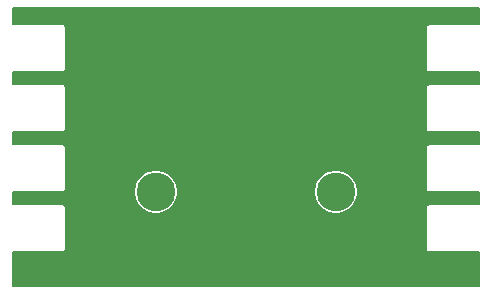
<source format=gbr>
G04 #@! TF.GenerationSoftware,KiCad,Pcbnew,5.1.4*
G04 #@! TF.CreationDate,2020-11-16T17:48:16-07:00*
G04 #@! TF.ProjectId,sleigh,736c6569-6768-42e6-9b69-6361645f7063,rev?*
G04 #@! TF.SameCoordinates,Original*
G04 #@! TF.FileFunction,Copper,L2,Inr*
G04 #@! TF.FilePolarity,Positive*
%FSLAX46Y46*%
G04 Gerber Fmt 4.6, Leading zero omitted, Abs format (unit mm)*
G04 Created by KiCad (PCBNEW 5.1.4) date 2020-11-16 17:48:16*
%MOMM*%
%LPD*%
G04 APERTURE LIST*
%ADD10C,3.280000*%
%ADD11C,0.600000*%
%ADD12C,0.150000*%
G04 APERTURE END LIST*
D10*
X144780000Y-86360000D03*
X160020000Y-86360000D03*
D11*
X133540000Y-92320000D03*
X135820000Y-93840000D03*
X138100000Y-71800000D03*
X138100000Y-75600000D03*
X138100000Y-80920000D03*
X138100000Y-86240000D03*
X138100000Y-90800000D03*
X139620000Y-77880000D03*
X139620000Y-93080000D03*
X140380000Y-82440000D03*
X140380000Y-87760000D03*
X141140000Y-72560000D03*
X141900000Y-75600000D03*
X141900000Y-80160000D03*
X141900000Y-85480000D03*
X141900000Y-90800000D03*
X142660000Y-93840000D03*
X143420000Y-77880000D03*
X144180000Y-71800000D03*
X144940000Y-80920000D03*
X144940000Y-91560000D03*
X145700000Y-75600000D03*
X146460000Y-93840000D03*
X147220000Y-72560000D03*
X147220000Y-77880000D03*
X147980000Y-81680000D03*
X147980000Y-85480000D03*
X148740000Y-88520000D03*
X149500000Y-74080000D03*
X149500000Y-79400000D03*
X150260000Y-83960000D03*
X151020000Y-71800000D03*
X151020000Y-76360000D03*
X153300000Y-73320000D03*
X154060000Y-79400000D03*
X154820000Y-83200000D03*
X155580000Y-71800000D03*
X155580000Y-87000000D03*
X156340000Y-77120000D03*
X157100000Y-80920000D03*
X157100000Y-91560000D03*
X157860000Y-73320000D03*
X158620000Y-93840000D03*
X159380000Y-75600000D03*
X159380000Y-83200000D03*
X160140000Y-71800000D03*
X160140000Y-80160000D03*
X160140000Y-90800000D03*
X161660000Y-77120000D03*
X161660000Y-93080000D03*
X162420000Y-73320000D03*
X162420000Y-81680000D03*
X163180000Y-85480000D03*
X163940000Y-75600000D03*
X163940000Y-88520000D03*
X164700000Y-71800000D03*
X164700000Y-91560000D03*
X165460000Y-77880000D03*
X165460000Y-82440000D03*
X166220000Y-86240000D03*
X166220000Y-93840000D03*
X168500000Y-92320000D03*
X170780000Y-93840000D03*
D12*
G36*
X172146000Y-72173000D02*
G01*
X167919990Y-72173000D01*
X167906000Y-72171622D01*
X167892010Y-72173000D01*
X167850130Y-72177125D01*
X167796408Y-72193421D01*
X167746897Y-72219885D01*
X167703500Y-72255500D01*
X167667885Y-72298897D01*
X167641421Y-72348408D01*
X167625125Y-72402130D01*
X167619622Y-72458000D01*
X167621000Y-72471990D01*
X167621001Y-75944000D01*
X167619622Y-75958000D01*
X167625125Y-76013870D01*
X167641421Y-76067592D01*
X167667885Y-76117103D01*
X167703500Y-76160500D01*
X167746897Y-76196115D01*
X167796408Y-76222579D01*
X167850130Y-76238875D01*
X167892010Y-76243000D01*
X167906000Y-76244378D01*
X167919990Y-76243000D01*
X172146000Y-76243000D01*
X172146001Y-77253000D01*
X167919990Y-77253000D01*
X167906000Y-77251622D01*
X167892010Y-77253000D01*
X167850130Y-77257125D01*
X167796408Y-77273421D01*
X167746897Y-77299885D01*
X167703500Y-77335500D01*
X167667885Y-77378897D01*
X167641421Y-77428408D01*
X167625125Y-77482130D01*
X167619622Y-77538000D01*
X167621000Y-77551990D01*
X167621001Y-81024000D01*
X167619622Y-81038000D01*
X167625125Y-81093870D01*
X167641421Y-81147592D01*
X167667885Y-81197103D01*
X167703500Y-81240500D01*
X167746897Y-81276115D01*
X167796408Y-81302579D01*
X167850130Y-81318875D01*
X167892010Y-81323000D01*
X167906000Y-81324378D01*
X167919990Y-81323000D01*
X172146000Y-81323000D01*
X172146001Y-82333000D01*
X167919990Y-82333000D01*
X167906000Y-82331622D01*
X167892010Y-82333000D01*
X167850130Y-82337125D01*
X167796408Y-82353421D01*
X167746897Y-82379885D01*
X167703500Y-82415500D01*
X167667885Y-82458897D01*
X167641421Y-82508408D01*
X167625125Y-82562130D01*
X167619622Y-82618000D01*
X167621000Y-82631990D01*
X167621001Y-86104000D01*
X167619622Y-86118000D01*
X167625125Y-86173870D01*
X167641421Y-86227592D01*
X167667885Y-86277103D01*
X167703500Y-86320500D01*
X167746897Y-86356115D01*
X167796408Y-86382579D01*
X167850130Y-86398875D01*
X167892010Y-86403000D01*
X167906000Y-86404378D01*
X167919990Y-86403000D01*
X172146000Y-86403000D01*
X172146001Y-87413000D01*
X167919990Y-87413000D01*
X167906000Y-87411622D01*
X167892010Y-87413000D01*
X167850130Y-87417125D01*
X167796408Y-87433421D01*
X167746897Y-87459885D01*
X167703500Y-87495500D01*
X167667885Y-87538897D01*
X167641421Y-87588408D01*
X167625125Y-87642130D01*
X167619622Y-87698000D01*
X167621000Y-87711990D01*
X167621001Y-91184000D01*
X167619622Y-91198000D01*
X167625125Y-91253870D01*
X167641421Y-91307592D01*
X167667885Y-91357103D01*
X167703500Y-91400500D01*
X167746897Y-91436115D01*
X167796408Y-91462579D01*
X167850130Y-91478875D01*
X167892010Y-91483000D01*
X167906000Y-91484378D01*
X167919990Y-91483000D01*
X172146000Y-91483000D01*
X172146001Y-94340000D01*
X132654000Y-94340000D01*
X132654000Y-91483000D01*
X136880010Y-91483000D01*
X136894000Y-91484378D01*
X136907990Y-91483000D01*
X136949870Y-91478875D01*
X137003592Y-91462579D01*
X137053103Y-91436115D01*
X137096500Y-91400500D01*
X137132115Y-91357103D01*
X137158579Y-91307592D01*
X137174875Y-91253870D01*
X137180378Y-91198000D01*
X137179000Y-91184010D01*
X137179000Y-87711990D01*
X137180378Y-87698000D01*
X137174875Y-87642130D01*
X137158579Y-87588408D01*
X137132115Y-87538897D01*
X137096500Y-87495500D01*
X137053103Y-87459885D01*
X137003592Y-87433421D01*
X136949870Y-87417125D01*
X136907990Y-87413000D01*
X136894000Y-87411622D01*
X136880010Y-87413000D01*
X132654000Y-87413000D01*
X132654000Y-86403000D01*
X136880010Y-86403000D01*
X136894000Y-86404378D01*
X136907990Y-86403000D01*
X136949870Y-86398875D01*
X137003592Y-86382579D01*
X137053103Y-86356115D01*
X137096500Y-86320500D01*
X137132115Y-86277103D01*
X137158579Y-86227592D01*
X137174432Y-86175329D01*
X142905000Y-86175329D01*
X142905000Y-86544671D01*
X142977056Y-86906917D01*
X143118397Y-87248145D01*
X143323593Y-87555243D01*
X143584757Y-87816407D01*
X143891855Y-88021603D01*
X144233083Y-88162944D01*
X144595329Y-88235000D01*
X144964671Y-88235000D01*
X145326917Y-88162944D01*
X145668145Y-88021603D01*
X145975243Y-87816407D01*
X146236407Y-87555243D01*
X146441603Y-87248145D01*
X146582944Y-86906917D01*
X146655000Y-86544671D01*
X146655000Y-86175329D01*
X158145000Y-86175329D01*
X158145000Y-86544671D01*
X158217056Y-86906917D01*
X158358397Y-87248145D01*
X158563593Y-87555243D01*
X158824757Y-87816407D01*
X159131855Y-88021603D01*
X159473083Y-88162944D01*
X159835329Y-88235000D01*
X160204671Y-88235000D01*
X160566917Y-88162944D01*
X160908145Y-88021603D01*
X161215243Y-87816407D01*
X161476407Y-87555243D01*
X161681603Y-87248145D01*
X161822944Y-86906917D01*
X161895000Y-86544671D01*
X161895000Y-86175329D01*
X161822944Y-85813083D01*
X161681603Y-85471855D01*
X161476407Y-85164757D01*
X161215243Y-84903593D01*
X160908145Y-84698397D01*
X160566917Y-84557056D01*
X160204671Y-84485000D01*
X159835329Y-84485000D01*
X159473083Y-84557056D01*
X159131855Y-84698397D01*
X158824757Y-84903593D01*
X158563593Y-85164757D01*
X158358397Y-85471855D01*
X158217056Y-85813083D01*
X158145000Y-86175329D01*
X146655000Y-86175329D01*
X146582944Y-85813083D01*
X146441603Y-85471855D01*
X146236407Y-85164757D01*
X145975243Y-84903593D01*
X145668145Y-84698397D01*
X145326917Y-84557056D01*
X144964671Y-84485000D01*
X144595329Y-84485000D01*
X144233083Y-84557056D01*
X143891855Y-84698397D01*
X143584757Y-84903593D01*
X143323593Y-85164757D01*
X143118397Y-85471855D01*
X142977056Y-85813083D01*
X142905000Y-86175329D01*
X137174432Y-86175329D01*
X137174875Y-86173870D01*
X137180378Y-86118000D01*
X137179000Y-86104010D01*
X137179000Y-82631990D01*
X137180378Y-82618000D01*
X137174875Y-82562130D01*
X137158579Y-82508408D01*
X137132115Y-82458897D01*
X137096500Y-82415500D01*
X137053103Y-82379885D01*
X137003592Y-82353421D01*
X136949870Y-82337125D01*
X136907990Y-82333000D01*
X136894000Y-82331622D01*
X136880010Y-82333000D01*
X132654000Y-82333000D01*
X132654000Y-81315000D01*
X136880010Y-81315000D01*
X136894000Y-81316378D01*
X136907990Y-81315000D01*
X136949870Y-81310875D01*
X137003592Y-81294579D01*
X137053103Y-81268115D01*
X137096500Y-81232500D01*
X137132115Y-81189103D01*
X137158579Y-81139592D01*
X137174875Y-81085870D01*
X137180378Y-81030000D01*
X137179000Y-81016010D01*
X137179000Y-77543990D01*
X137180378Y-77530000D01*
X137174875Y-77474130D01*
X137158579Y-77420408D01*
X137132115Y-77370897D01*
X137096500Y-77327500D01*
X137053103Y-77291885D01*
X137003592Y-77265421D01*
X136949870Y-77249125D01*
X136907990Y-77245000D01*
X136894000Y-77243622D01*
X136880010Y-77245000D01*
X132654000Y-77245000D01*
X132654000Y-76235000D01*
X136880010Y-76235000D01*
X136894000Y-76236378D01*
X136907990Y-76235000D01*
X136949870Y-76230875D01*
X137003592Y-76214579D01*
X137053103Y-76188115D01*
X137096500Y-76152500D01*
X137132115Y-76109103D01*
X137158579Y-76059592D01*
X137174875Y-76005870D01*
X137180378Y-75950000D01*
X137179000Y-75936010D01*
X137179000Y-72463990D01*
X137180378Y-72450000D01*
X137174875Y-72394130D01*
X137158579Y-72340408D01*
X137132115Y-72290897D01*
X137096500Y-72247500D01*
X137053103Y-72211885D01*
X137003592Y-72185421D01*
X136949870Y-72169125D01*
X136907990Y-72165000D01*
X136894000Y-72163622D01*
X136880010Y-72165000D01*
X132654000Y-72165000D01*
X132654000Y-70760000D01*
X172146001Y-70760000D01*
X172146000Y-72173000D01*
X172146000Y-72173000D01*
G37*
X172146000Y-72173000D02*
X167919990Y-72173000D01*
X167906000Y-72171622D01*
X167892010Y-72173000D01*
X167850130Y-72177125D01*
X167796408Y-72193421D01*
X167746897Y-72219885D01*
X167703500Y-72255500D01*
X167667885Y-72298897D01*
X167641421Y-72348408D01*
X167625125Y-72402130D01*
X167619622Y-72458000D01*
X167621000Y-72471990D01*
X167621001Y-75944000D01*
X167619622Y-75958000D01*
X167625125Y-76013870D01*
X167641421Y-76067592D01*
X167667885Y-76117103D01*
X167703500Y-76160500D01*
X167746897Y-76196115D01*
X167796408Y-76222579D01*
X167850130Y-76238875D01*
X167892010Y-76243000D01*
X167906000Y-76244378D01*
X167919990Y-76243000D01*
X172146000Y-76243000D01*
X172146001Y-77253000D01*
X167919990Y-77253000D01*
X167906000Y-77251622D01*
X167892010Y-77253000D01*
X167850130Y-77257125D01*
X167796408Y-77273421D01*
X167746897Y-77299885D01*
X167703500Y-77335500D01*
X167667885Y-77378897D01*
X167641421Y-77428408D01*
X167625125Y-77482130D01*
X167619622Y-77538000D01*
X167621000Y-77551990D01*
X167621001Y-81024000D01*
X167619622Y-81038000D01*
X167625125Y-81093870D01*
X167641421Y-81147592D01*
X167667885Y-81197103D01*
X167703500Y-81240500D01*
X167746897Y-81276115D01*
X167796408Y-81302579D01*
X167850130Y-81318875D01*
X167892010Y-81323000D01*
X167906000Y-81324378D01*
X167919990Y-81323000D01*
X172146000Y-81323000D01*
X172146001Y-82333000D01*
X167919990Y-82333000D01*
X167906000Y-82331622D01*
X167892010Y-82333000D01*
X167850130Y-82337125D01*
X167796408Y-82353421D01*
X167746897Y-82379885D01*
X167703500Y-82415500D01*
X167667885Y-82458897D01*
X167641421Y-82508408D01*
X167625125Y-82562130D01*
X167619622Y-82618000D01*
X167621000Y-82631990D01*
X167621001Y-86104000D01*
X167619622Y-86118000D01*
X167625125Y-86173870D01*
X167641421Y-86227592D01*
X167667885Y-86277103D01*
X167703500Y-86320500D01*
X167746897Y-86356115D01*
X167796408Y-86382579D01*
X167850130Y-86398875D01*
X167892010Y-86403000D01*
X167906000Y-86404378D01*
X167919990Y-86403000D01*
X172146000Y-86403000D01*
X172146001Y-87413000D01*
X167919990Y-87413000D01*
X167906000Y-87411622D01*
X167892010Y-87413000D01*
X167850130Y-87417125D01*
X167796408Y-87433421D01*
X167746897Y-87459885D01*
X167703500Y-87495500D01*
X167667885Y-87538897D01*
X167641421Y-87588408D01*
X167625125Y-87642130D01*
X167619622Y-87698000D01*
X167621000Y-87711990D01*
X167621001Y-91184000D01*
X167619622Y-91198000D01*
X167625125Y-91253870D01*
X167641421Y-91307592D01*
X167667885Y-91357103D01*
X167703500Y-91400500D01*
X167746897Y-91436115D01*
X167796408Y-91462579D01*
X167850130Y-91478875D01*
X167892010Y-91483000D01*
X167906000Y-91484378D01*
X167919990Y-91483000D01*
X172146000Y-91483000D01*
X172146001Y-94340000D01*
X132654000Y-94340000D01*
X132654000Y-91483000D01*
X136880010Y-91483000D01*
X136894000Y-91484378D01*
X136907990Y-91483000D01*
X136949870Y-91478875D01*
X137003592Y-91462579D01*
X137053103Y-91436115D01*
X137096500Y-91400500D01*
X137132115Y-91357103D01*
X137158579Y-91307592D01*
X137174875Y-91253870D01*
X137180378Y-91198000D01*
X137179000Y-91184010D01*
X137179000Y-87711990D01*
X137180378Y-87698000D01*
X137174875Y-87642130D01*
X137158579Y-87588408D01*
X137132115Y-87538897D01*
X137096500Y-87495500D01*
X137053103Y-87459885D01*
X137003592Y-87433421D01*
X136949870Y-87417125D01*
X136907990Y-87413000D01*
X136894000Y-87411622D01*
X136880010Y-87413000D01*
X132654000Y-87413000D01*
X132654000Y-86403000D01*
X136880010Y-86403000D01*
X136894000Y-86404378D01*
X136907990Y-86403000D01*
X136949870Y-86398875D01*
X137003592Y-86382579D01*
X137053103Y-86356115D01*
X137096500Y-86320500D01*
X137132115Y-86277103D01*
X137158579Y-86227592D01*
X137174432Y-86175329D01*
X142905000Y-86175329D01*
X142905000Y-86544671D01*
X142977056Y-86906917D01*
X143118397Y-87248145D01*
X143323593Y-87555243D01*
X143584757Y-87816407D01*
X143891855Y-88021603D01*
X144233083Y-88162944D01*
X144595329Y-88235000D01*
X144964671Y-88235000D01*
X145326917Y-88162944D01*
X145668145Y-88021603D01*
X145975243Y-87816407D01*
X146236407Y-87555243D01*
X146441603Y-87248145D01*
X146582944Y-86906917D01*
X146655000Y-86544671D01*
X146655000Y-86175329D01*
X158145000Y-86175329D01*
X158145000Y-86544671D01*
X158217056Y-86906917D01*
X158358397Y-87248145D01*
X158563593Y-87555243D01*
X158824757Y-87816407D01*
X159131855Y-88021603D01*
X159473083Y-88162944D01*
X159835329Y-88235000D01*
X160204671Y-88235000D01*
X160566917Y-88162944D01*
X160908145Y-88021603D01*
X161215243Y-87816407D01*
X161476407Y-87555243D01*
X161681603Y-87248145D01*
X161822944Y-86906917D01*
X161895000Y-86544671D01*
X161895000Y-86175329D01*
X161822944Y-85813083D01*
X161681603Y-85471855D01*
X161476407Y-85164757D01*
X161215243Y-84903593D01*
X160908145Y-84698397D01*
X160566917Y-84557056D01*
X160204671Y-84485000D01*
X159835329Y-84485000D01*
X159473083Y-84557056D01*
X159131855Y-84698397D01*
X158824757Y-84903593D01*
X158563593Y-85164757D01*
X158358397Y-85471855D01*
X158217056Y-85813083D01*
X158145000Y-86175329D01*
X146655000Y-86175329D01*
X146582944Y-85813083D01*
X146441603Y-85471855D01*
X146236407Y-85164757D01*
X145975243Y-84903593D01*
X145668145Y-84698397D01*
X145326917Y-84557056D01*
X144964671Y-84485000D01*
X144595329Y-84485000D01*
X144233083Y-84557056D01*
X143891855Y-84698397D01*
X143584757Y-84903593D01*
X143323593Y-85164757D01*
X143118397Y-85471855D01*
X142977056Y-85813083D01*
X142905000Y-86175329D01*
X137174432Y-86175329D01*
X137174875Y-86173870D01*
X137180378Y-86118000D01*
X137179000Y-86104010D01*
X137179000Y-82631990D01*
X137180378Y-82618000D01*
X137174875Y-82562130D01*
X137158579Y-82508408D01*
X137132115Y-82458897D01*
X137096500Y-82415500D01*
X137053103Y-82379885D01*
X137003592Y-82353421D01*
X136949870Y-82337125D01*
X136907990Y-82333000D01*
X136894000Y-82331622D01*
X136880010Y-82333000D01*
X132654000Y-82333000D01*
X132654000Y-81315000D01*
X136880010Y-81315000D01*
X136894000Y-81316378D01*
X136907990Y-81315000D01*
X136949870Y-81310875D01*
X137003592Y-81294579D01*
X137053103Y-81268115D01*
X137096500Y-81232500D01*
X137132115Y-81189103D01*
X137158579Y-81139592D01*
X137174875Y-81085870D01*
X137180378Y-81030000D01*
X137179000Y-81016010D01*
X137179000Y-77543990D01*
X137180378Y-77530000D01*
X137174875Y-77474130D01*
X137158579Y-77420408D01*
X137132115Y-77370897D01*
X137096500Y-77327500D01*
X137053103Y-77291885D01*
X137003592Y-77265421D01*
X136949870Y-77249125D01*
X136907990Y-77245000D01*
X136894000Y-77243622D01*
X136880010Y-77245000D01*
X132654000Y-77245000D01*
X132654000Y-76235000D01*
X136880010Y-76235000D01*
X136894000Y-76236378D01*
X136907990Y-76235000D01*
X136949870Y-76230875D01*
X137003592Y-76214579D01*
X137053103Y-76188115D01*
X137096500Y-76152500D01*
X137132115Y-76109103D01*
X137158579Y-76059592D01*
X137174875Y-76005870D01*
X137180378Y-75950000D01*
X137179000Y-75936010D01*
X137179000Y-72463990D01*
X137180378Y-72450000D01*
X137174875Y-72394130D01*
X137158579Y-72340408D01*
X137132115Y-72290897D01*
X137096500Y-72247500D01*
X137053103Y-72211885D01*
X137003592Y-72185421D01*
X136949870Y-72169125D01*
X136907990Y-72165000D01*
X136894000Y-72163622D01*
X136880010Y-72165000D01*
X132654000Y-72165000D01*
X132654000Y-70760000D01*
X172146001Y-70760000D01*
X172146000Y-72173000D01*
M02*

</source>
